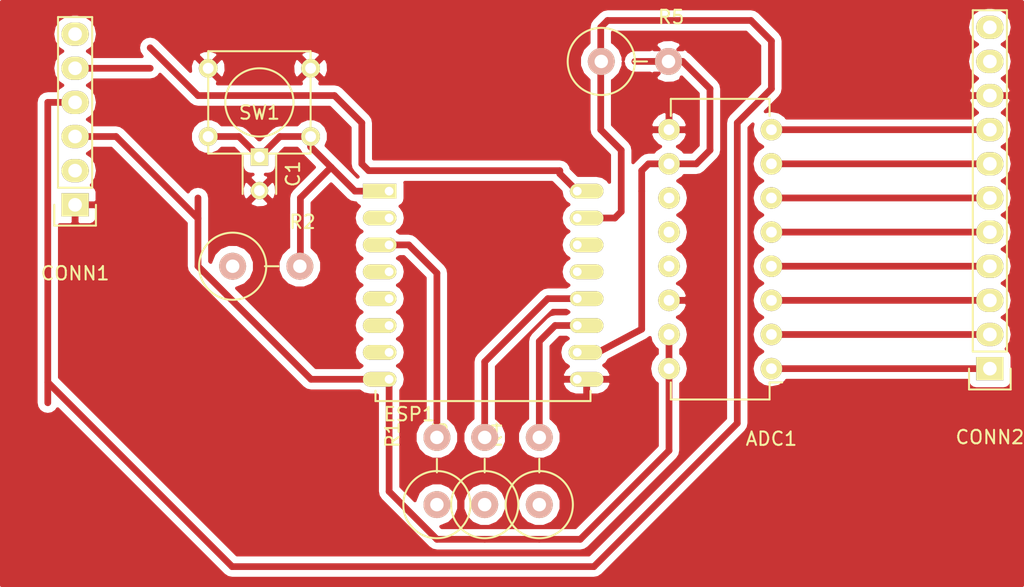
<source format=kicad_pcb>
(kicad_pcb (version 4) (host pcbnew 4.0.2-stable)

  (general
    (links 37)
    (no_connects 16)
    (area 0 0 0 0)
    (thickness 1.6)
    (drawings 0)
    (tracks 78)
    (zones 0)
    (modules 11)
    (nets 29)
  )

  (page A4)
  (layers
    (0 F.Cu signal)
    (31 B.Cu signal)
    (32 B.Adhes user)
    (33 F.Adhes user)
    (34 B.Paste user)
    (35 F.Paste user)
    (36 B.SilkS user)
    (37 F.SilkS user hide)
    (38 B.Mask user)
    (39 F.Mask user)
    (40 Dwgs.User user)
    (41 Cmts.User user)
    (42 Eco1.User user)
    (43 Eco2.User user hide)
    (44 Edge.Cuts user hide)
    (45 Margin user)
    (46 B.CrtYd user hide)
    (47 F.CrtYd user)
    (48 B.Fab user)
    (49 F.Fab user hide)
  )

  (setup
    (last_trace_width 0.5)
    (trace_clearance 0.5)
    (zone_clearance 0.508)
    (zone_45_only yes)
    (trace_min 0.2)
    (segment_width 0.2)
    (edge_width 0.15)
    (via_size 0.6)
    (via_drill 0.4)
    (via_min_size 0.4)
    (via_min_drill 0.3)
    (uvia_size 0.3)
    (uvia_drill 0.1)
    (uvias_allowed no)
    (uvia_min_size 0.2)
    (uvia_min_drill 0.1)
    (pcb_text_width 0.3)
    (pcb_text_size 1.5 1.5)
    (mod_edge_width 0.15)
    (mod_text_size 1 1)
    (mod_text_width 0.15)
    (pad_size 1.524 1.524)
    (pad_drill 0.762)
    (pad_to_mask_clearance 0.2)
    (aux_axis_origin 0 0)
    (visible_elements 7FFFFFFF)
    (pcbplotparams
      (layerselection 0x00030_80000001)
      (usegerberextensions false)
      (excludeedgelayer true)
      (linewidth 0.100000)
      (plotframeref false)
      (viasonmask false)
      (mode 1)
      (useauxorigin false)
      (hpglpennumber 1)
      (hpglpenspeed 20)
      (hpglpendiameter 15)
      (hpglpenoverlay 2)
      (psnegative false)
      (psa4output false)
      (plotreference true)
      (plotvalue true)
      (plotinvisibletext false)
      (padsonsilk false)
      (subtractmaskfromsilk false)
      (outputformat 1)
      (mirror false)
      (drillshape 1)
      (scaleselection 1)
      (outputdirectory ""))
  )

  (net 0 "")
  (net 1 "Net-(ADC1-Pad1)")
  (net 2 "Net-(ADC1-Pad2)")
  (net 3 "Net-(ADC1-Pad3)")
  (net 4 "Net-(ADC1-Pad4)")
  (net 5 "Net-(ADC1-Pad5)")
  (net 6 "Net-(ADC1-Pad6)")
  (net 7 "Net-(ADC1-Pad7)")
  (net 8 "Net-(ADC1-Pad8)")
  (net 9 GND)
  (net 10 "Net-(CONN1-Pad2)")
  (net 11 "Net-(CONN1-Pad6)")
  (net 12 "Net-(CONN2-Pad10)")
  (net 13 "Net-(CONN2-Pad11)")
  (net 14 "Net-(ESP1-Pad2)")
  (net 15 "Net-(ESP1-Pad13)")
  (net 16 "Net-(ESP1-Pad14)")
  (net 17 /MOSI)
  (net 18 /MISO)
  (net 19 /SPI_CLK)
  (net 20 +3V3)
  (net 21 /REST)
  (net 22 /ESP_RX)
  (net 23 /ESP_TX)
  (net 24 /CH_PD)
  (net 25 /GPIO16)
  (net 26 /GPIO2)
  (net 27 /GPIO0)
  (net 28 /GPIO15)

  (net_class Default "This is the default net class."
    (clearance 0.5)
    (trace_width 0.5)
    (via_dia 0.6)
    (via_drill 0.4)
    (uvia_dia 0.3)
    (uvia_drill 0.1)
    (add_net +3V3)
    (add_net /CH_PD)
    (add_net /ESP_RX)
    (add_net /ESP_TX)
    (add_net /GPIO0)
    (add_net /GPIO15)
    (add_net /GPIO16)
    (add_net /GPIO2)
    (add_net /MISO)
    (add_net /MOSI)
    (add_net /REST)
    (add_net /SPI_CLK)
    (add_net GND)
    (add_net "Net-(ADC1-Pad1)")
    (add_net "Net-(ADC1-Pad2)")
    (add_net "Net-(ADC1-Pad3)")
    (add_net "Net-(ADC1-Pad4)")
    (add_net "Net-(ADC1-Pad5)")
    (add_net "Net-(ADC1-Pad6)")
    (add_net "Net-(ADC1-Pad7)")
    (add_net "Net-(ADC1-Pad8)")
    (add_net "Net-(CONN1-Pad2)")
    (add_net "Net-(CONN1-Pad6)")
    (add_net "Net-(CONN2-Pad10)")
    (add_net "Net-(CONN2-Pad11)")
    (add_net "Net-(ESP1-Pad13)")
    (add_net "Net-(ESP1-Pad14)")
    (add_net "Net-(ESP1-Pad2)")
  )

  (module Buttons_Switches_ThroughHole:SW_PUSH_SMALL (layer F.Cu) (tedit 0) (tstamp 56FD7769)
    (at 148.844 31.496 180)
    (path /56FC4A8A)
    (fp_text reference SW1 (at 0 -0.762 180) (layer F.SilkS)
      (effects (font (size 1 1) (thickness 0.15)))
    )
    (fp_text value RESET (at 0 1.016 180) (layer F.Fab)
      (effects (font (size 1 1) (thickness 0.15)))
    )
    (fp_circle (center 0 0) (end 0 -2.54) (layer F.SilkS) (width 0.15))
    (fp_line (start -3.81 -3.81) (end 3.81 -3.81) (layer F.SilkS) (width 0.15))
    (fp_line (start 3.81 -3.81) (end 3.81 3.81) (layer F.SilkS) (width 0.15))
    (fp_line (start 3.81 3.81) (end -3.81 3.81) (layer F.SilkS) (width 0.15))
    (fp_line (start -3.81 -3.81) (end -3.81 3.81) (layer F.SilkS) (width 0.15))
    (pad 1 thru_hole circle (at 3.81 -2.54 180) (size 1.397 1.397) (drill 0.8128) (layers *.Cu *.Mask F.SilkS)
      (net 21 /REST))
    (pad 2 thru_hole circle (at 3.81 2.54 180) (size 1.397 1.397) (drill 0.8128) (layers *.Cu *.Mask F.SilkS)
      (net 9 GND))
    (pad 1 thru_hole circle (at -3.81 -2.54 180) (size 1.397 1.397) (drill 0.8128) (layers *.Cu *.Mask F.SilkS)
      (net 21 /REST))
    (pad 2 thru_hole circle (at -3.81 2.54 180) (size 1.397 1.397) (drill 0.8128) (layers *.Cu *.Mask F.SilkS)
      (net 9 GND))
  )

  (module Housings_DIP:DIP-16_W7.62mm (layer F.Cu) (tedit 54130A77) (tstamp 56FD761A)
    (at 186.944 51.308 180)
    (descr "16-lead dip package, row spacing 7.62 mm (300 mils)")
    (tags "dil dip 2.54 300")
    (path /56FC0A10)
    (fp_text reference ADC1 (at 0 -5.22 180) (layer F.SilkS)
      (effects (font (size 1 1) (thickness 0.15)))
    )
    (fp_text value MCP3008 (at 0 -3.72 180) (layer F.Fab)
      (effects (font (size 1 1) (thickness 0.15)))
    )
    (fp_line (start -1.05 -2.45) (end -1.05 20.25) (layer F.CrtYd) (width 0.05))
    (fp_line (start 8.65 -2.45) (end 8.65 20.25) (layer F.CrtYd) (width 0.05))
    (fp_line (start -1.05 -2.45) (end 8.65 -2.45) (layer F.CrtYd) (width 0.05))
    (fp_line (start -1.05 20.25) (end 8.65 20.25) (layer F.CrtYd) (width 0.05))
    (fp_line (start 0.135 -2.295) (end 0.135 -1.025) (layer F.SilkS) (width 0.15))
    (fp_line (start 7.485 -2.295) (end 7.485 -1.025) (layer F.SilkS) (width 0.15))
    (fp_line (start 7.485 20.075) (end 7.485 18.805) (layer F.SilkS) (width 0.15))
    (fp_line (start 0.135 20.075) (end 0.135 18.805) (layer F.SilkS) (width 0.15))
    (fp_line (start 0.135 -2.295) (end 7.485 -2.295) (layer F.SilkS) (width 0.15))
    (fp_line (start 0.135 20.075) (end 7.485 20.075) (layer F.SilkS) (width 0.15))
    (fp_line (start 0.135 -1.025) (end -0.8 -1.025) (layer F.SilkS) (width 0.15))
    (pad 1 thru_hole oval (at 0 0 180) (size 1.6 1.6) (drill 0.8) (layers *.Cu *.Mask F.SilkS)
      (net 1 "Net-(ADC1-Pad1)"))
    (pad 2 thru_hole oval (at 0 2.54 180) (size 1.6 1.6) (drill 0.8) (layers *.Cu *.Mask F.SilkS)
      (net 2 "Net-(ADC1-Pad2)"))
    (pad 3 thru_hole oval (at 0 5.08 180) (size 1.6 1.6) (drill 0.8) (layers *.Cu *.Mask F.SilkS)
      (net 3 "Net-(ADC1-Pad3)"))
    (pad 4 thru_hole oval (at 0 7.62 180) (size 1.6 1.6) (drill 0.8) (layers *.Cu *.Mask F.SilkS)
      (net 4 "Net-(ADC1-Pad4)"))
    (pad 5 thru_hole oval (at 0 10.16 180) (size 1.6 1.6) (drill 0.8) (layers *.Cu *.Mask F.SilkS)
      (net 5 "Net-(ADC1-Pad5)"))
    (pad 6 thru_hole oval (at 0 12.7 180) (size 1.6 1.6) (drill 0.8) (layers *.Cu *.Mask F.SilkS)
      (net 6 "Net-(ADC1-Pad6)"))
    (pad 7 thru_hole oval (at 0 15.24 180) (size 1.6 1.6) (drill 0.8) (layers *.Cu *.Mask F.SilkS)
      (net 7 "Net-(ADC1-Pad7)"))
    (pad 8 thru_hole oval (at 0 17.78 180) (size 1.6 1.6) (drill 0.8) (layers *.Cu *.Mask F.SilkS)
      (net 8 "Net-(ADC1-Pad8)"))
    (pad 9 thru_hole oval (at 7.62 17.78 180) (size 1.6 1.6) (drill 0.8) (layers *.Cu *.Mask F.SilkS)
      (net 9 GND))
    (pad 10 thru_hole oval (at 7.62 15.24 180) (size 1.6 1.6) (drill 0.8) (layers *.Cu *.Mask F.SilkS)
      (net 28 /GPIO15))
    (pad 11 thru_hole oval (at 7.62 12.7 180) (size 1.6 1.6) (drill 0.8) (layers *.Cu *.Mask F.SilkS)
      (net 17 /MOSI))
    (pad 12 thru_hole oval (at 7.62 10.16 180) (size 1.6 1.6) (drill 0.8) (layers *.Cu *.Mask F.SilkS)
      (net 18 /MISO))
    (pad 13 thru_hole oval (at 7.62 7.62 180) (size 1.6 1.6) (drill 0.8) (layers *.Cu *.Mask F.SilkS)
      (net 19 /SPI_CLK))
    (pad 14 thru_hole oval (at 7.62 5.08 180) (size 1.6 1.6) (drill 0.8) (layers *.Cu *.Mask F.SilkS)
      (net 9 GND))
    (pad 15 thru_hole oval (at 7.62 2.54 180) (size 1.6 1.6) (drill 0.8) (layers *.Cu *.Mask F.SilkS)
      (net 20 +3V3))
    (pad 16 thru_hole oval (at 7.62 0 180) (size 1.6 1.6) (drill 0.8) (layers *.Cu *.Mask F.SilkS)
      (net 20 +3V3))
    (model Housings_DIP.3dshapes/DIP-16_W7.62mm.wrl
      (at (xyz 0 0 0))
      (scale (xyz 1 1 1))
      (rotate (xyz 0 0 0))
    )
  )

  (module Capacitors_ThroughHole:C_Disc_D3_P2.5 (layer F.Cu) (tedit 0) (tstamp 56FD7626)
    (at 148.844 35.56 270)
    (descr "Capacitor 3mm Disc, Pitch 2.5mm")
    (tags Capacitor)
    (path /56FC231F)
    (fp_text reference C1 (at 1.25 -2.5 270) (layer F.SilkS)
      (effects (font (size 1 1) (thickness 0.15)))
    )
    (fp_text value 100nF (at 1.25 2.5 270) (layer F.Fab)
      (effects (font (size 1 1) (thickness 0.15)))
    )
    (fp_line (start -0.9 -1.5) (end 3.4 -1.5) (layer F.CrtYd) (width 0.05))
    (fp_line (start 3.4 -1.5) (end 3.4 1.5) (layer F.CrtYd) (width 0.05))
    (fp_line (start 3.4 1.5) (end -0.9 1.5) (layer F.CrtYd) (width 0.05))
    (fp_line (start -0.9 1.5) (end -0.9 -1.5) (layer F.CrtYd) (width 0.05))
    (fp_line (start -0.25 -1.25) (end 2.75 -1.25) (layer F.SilkS) (width 0.15))
    (fp_line (start 2.75 1.25) (end -0.25 1.25) (layer F.SilkS) (width 0.15))
    (pad 1 thru_hole rect (at 0 0 270) (size 1.3 1.3) (drill 0.8) (layers *.Cu *.Mask F.SilkS)
      (net 21 /REST))
    (pad 2 thru_hole circle (at 2.5 0 270) (size 1.3 1.3) (drill 0.8001) (layers *.Cu *.Mask F.SilkS)
      (net 9 GND))
    (model Capacitors_ThroughHole.3dshapes/C_Disc_D3_P2.5.wrl
      (at (xyz 0.0492126 0 0))
      (scale (xyz 1 1 1))
      (rotate (xyz 0 0 0))
    )
  )

  (module ESP8266:ESP-12 (layer F.Cu) (tedit 55BE5912) (tstamp 56FD7716)
    (at 158.496 38.1)
    (descr "Module, ESP-8266, ESP-12, 16 pad, SMD")
    (tags "Module ESP-8266 ESP8266")
    (path /56FC0CA0)
    (fp_text reference ESP1 (at 1.5 16.6) (layer F.SilkS)
      (effects (font (size 1 1) (thickness 0.15)))
    )
    (fp_text value ESP-12 (at 6.992 1) (layer F.Fab)
      (effects (font (size 1 1) (thickness 0.15)))
    )
    (fp_line (start -2.25 -0.5) (end -2.25 -8.75) (layer F.CrtYd) (width 0.05))
    (fp_line (start -2.25 -8.75) (end 15.25 -8.75) (layer F.CrtYd) (width 0.05))
    (fp_line (start 15.25 -8.75) (end 16.25 -8.75) (layer F.CrtYd) (width 0.05))
    (fp_line (start 16.25 -8.75) (end 16.25 16) (layer F.CrtYd) (width 0.05))
    (fp_line (start 16.25 16) (end -2.25 16) (layer F.CrtYd) (width 0.05))
    (fp_line (start -2.25 16) (end -2.25 -0.5) (layer F.CrtYd) (width 0.05))
    (fp_line (start -1.016 -8.382) (end 14.986 -8.382) (layer F.CrtYd) (width 0.1524))
    (fp_line (start 14.986 -8.382) (end 14.986 -0.889) (layer F.CrtYd) (width 0.1524))
    (fp_line (start -1.016 -8.382) (end -1.016 -1.016) (layer F.CrtYd) (width 0.1524))
    (fp_line (start -1.016 14.859) (end -1.016 15.621) (layer F.SilkS) (width 0.1524))
    (fp_line (start -1.016 15.621) (end 14.986 15.621) (layer F.SilkS) (width 0.1524))
    (fp_line (start 14.986 15.621) (end 14.986 14.859) (layer F.SilkS) (width 0.1524))
    (fp_line (start 14.992 -8.4) (end -1.008 -2.6) (layer F.CrtYd) (width 0.1524))
    (fp_line (start -1.008 -8.4) (end 14.992 -2.6) (layer F.CrtYd) (width 0.1524))
    (fp_text user "No Copper" (at 6.892 -5.4) (layer F.CrtYd)
      (effects (font (size 1 1) (thickness 0.15)))
    )
    (fp_line (start -1.008 -2.6) (end 14.992 -2.6) (layer F.CrtYd) (width 0.1524))
    (fp_line (start 15 -8.4) (end 15 15.6) (layer F.Fab) (width 0.05))
    (fp_line (start 14.992 15.6) (end -1.008 15.6) (layer F.Fab) (width 0.05))
    (fp_line (start -1.008 15.6) (end -1.008 -8.4) (layer F.Fab) (width 0.05))
    (fp_line (start -1.008 -8.4) (end 14.992 -8.4) (layer F.Fab) (width 0.05))
    (pad 1 thru_hole rect (at 0 0) (size 2.5 1.1) (drill 0.65 (offset -0.7 0)) (layers *.Cu *.Mask F.SilkS)
      (net 21 /REST))
    (pad 2 thru_hole oval (at 0 2) (size 2.5 1.1) (drill 0.65 (offset -0.7 0)) (layers *.Cu *.Mask F.SilkS)
      (net 14 "Net-(ESP1-Pad2)"))
    (pad 3 thru_hole oval (at 0 4) (size 2.5 1.1) (drill 0.65 (offset -0.7 0)) (layers *.Cu *.Mask F.SilkS)
      (net 24 /CH_PD))
    (pad 4 thru_hole oval (at 0 6) (size 2.5 1.1) (drill 0.65 (offset -0.7 0)) (layers *.Cu *.Mask F.SilkS)
      (net 25 /GPIO16))
    (pad 5 thru_hole oval (at 0 8) (size 2.5 1.1) (drill 0.65 (offset -0.7 0)) (layers *.Cu *.Mask F.SilkS)
      (net 19 /SPI_CLK))
    (pad 6 thru_hole oval (at 0 10) (size 2.5 1.1) (drill 0.65 (offset -0.7 0)) (layers *.Cu *.Mask F.SilkS)
      (net 18 /MISO))
    (pad 7 thru_hole oval (at 0 12) (size 2.5 1.1) (drill 0.65 (offset -0.7 0)) (layers *.Cu *.Mask F.SilkS)
      (net 17 /MOSI))
    (pad 8 thru_hole oval (at 0 14) (size 2.5 1.1) (drill 0.65 (offset -0.7 0)) (layers *.Cu *.Mask F.SilkS)
      (net 20 +3V3))
    (pad 9 thru_hole oval (at 14 14) (size 2.5 1.1) (drill 0.65 (offset 0.7 0)) (layers *.Cu *.Mask F.SilkS)
      (net 9 GND))
    (pad 10 thru_hole oval (at 14 12) (size 2.5 1.1) (drill 0.65 (offset 0.6 0)) (layers *.Cu *.Mask F.SilkS)
      (net 28 /GPIO15))
    (pad 11 thru_hole oval (at 14 10) (size 2.5 1.1) (drill 0.65 (offset 0.7 0)) (layers *.Cu *.Mask F.SilkS)
      (net 26 /GPIO2))
    (pad 12 thru_hole oval (at 14 8) (size 2.5 1.1) (drill 0.65 (offset 0.7 0)) (layers *.Cu *.Mask F.SilkS)
      (net 27 /GPIO0))
    (pad 13 thru_hole oval (at 14 6) (size 2.5 1.1) (drill 0.65 (offset 0.7 0)) (layers *.Cu *.Mask F.SilkS)
      (net 15 "Net-(ESP1-Pad13)"))
    (pad 14 thru_hole oval (at 14 4) (size 2.5 1.1) (drill 0.65 (offset 0.7 0)) (layers *.Cu *.Mask F.SilkS)
      (net 16 "Net-(ESP1-Pad14)"))
    (pad 15 thru_hole oval (at 14 2) (size 2.5 1.1) (drill 0.65 (offset 0.7 0)) (layers *.Cu *.Mask F.SilkS)
      (net 22 /ESP_RX))
    (pad 16 thru_hole oval (at 14 0) (size 2.5 1.1) (drill 0.65 (offset 0.7 0)) (layers *.Cu *.Mask F.SilkS)
      (net 23 /ESP_TX))
    (model ${ESPLIB}/ESP8266.3dshapes/ESP-12.wrl
      (at (xyz 0 0 0))
      (scale (xyz 0.3937 0.3937 0.3937))
      (rotate (xyz 0 0 0))
    )
  )

  (module Pin_Headers:Pin_Header_Straight_1x06 (layer F.Cu) (tedit 0) (tstamp 56FD8DCF)
    (at 135.128 39.116 180)
    (descr "Through hole pin header")
    (tags "pin header")
    (path /56FC5F4B)
    (fp_text reference CONN1 (at 0 -5.1 180) (layer F.SilkS)
      (effects (font (size 1 1) (thickness 0.15)))
    )
    (fp_text value FT232 (at 0 -3.1 180) (layer F.Fab)
      (effects (font (size 1 1) (thickness 0.15)))
    )
    (fp_line (start -1.75 -1.75) (end -1.75 14.45) (layer F.CrtYd) (width 0.05))
    (fp_line (start 1.75 -1.75) (end 1.75 14.45) (layer F.CrtYd) (width 0.05))
    (fp_line (start -1.75 -1.75) (end 1.75 -1.75) (layer F.CrtYd) (width 0.05))
    (fp_line (start -1.75 14.45) (end 1.75 14.45) (layer F.CrtYd) (width 0.05))
    (fp_line (start 1.27 1.27) (end 1.27 13.97) (layer F.SilkS) (width 0.15))
    (fp_line (start 1.27 13.97) (end -1.27 13.97) (layer F.SilkS) (width 0.15))
    (fp_line (start -1.27 13.97) (end -1.27 1.27) (layer F.SilkS) (width 0.15))
    (fp_line (start 1.55 -1.55) (end 1.55 0) (layer F.SilkS) (width 0.15))
    (fp_line (start 1.27 1.27) (end -1.27 1.27) (layer F.SilkS) (width 0.15))
    (fp_line (start -1.55 0) (end -1.55 -1.55) (layer F.SilkS) (width 0.15))
    (fp_line (start -1.55 -1.55) (end 1.55 -1.55) (layer F.SilkS) (width 0.15))
    (pad 1 thru_hole rect (at 0 0 180) (size 2.032 1.7272) (drill 1.016) (layers *.Cu *.Mask F.SilkS)
      (net 9 GND))
    (pad 2 thru_hole oval (at 0 2.54 180) (size 2.032 1.7272) (drill 1.016) (layers *.Cu *.Mask F.SilkS)
      (net 10 "Net-(CONN1-Pad2)"))
    (pad 3 thru_hole oval (at 0 5.08 180) (size 2.032 1.7272) (drill 1.016) (layers *.Cu *.Mask F.SilkS)
      (net 20 +3V3))
    (pad 4 thru_hole oval (at 0 7.62 180) (size 2.032 1.7272) (drill 1.016) (layers *.Cu *.Mask F.SilkS)
      (net 22 /ESP_RX))
    (pad 5 thru_hole oval (at 0 10.16 180) (size 2.032 1.7272) (drill 1.016) (layers *.Cu *.Mask F.SilkS)
      (net 23 /ESP_TX))
    (pad 6 thru_hole oval (at 0 12.7 180) (size 2.032 1.7272) (drill 1.016) (layers *.Cu *.Mask F.SilkS)
      (net 11 "Net-(CONN1-Pad6)"))
    (model Pin_Headers.3dshapes/Pin_Header_Straight_1x06.wrl
      (at (xyz 0 -0.25 0))
      (scale (xyz 1 1 1))
      (rotate (xyz 0 0 90))
    )
  )

  (module Pin_Headers:Pin_Header_Straight_1x11 (layer F.Cu) (tedit 0) (tstamp 56FD8DE3)
    (at 203.2 51.308 180)
    (descr "Through hole pin header")
    (tags "pin header")
    (path /56FC5673)
    (fp_text reference CONN2 (at 0 -5.1 180) (layer F.SilkS)
      (effects (font (size 1 1) (thickness 0.15)))
    )
    (fp_text value SCALES_CONN (at 0 -3.1 180) (layer F.Fab)
      (effects (font (size 1 1) (thickness 0.15)))
    )
    (fp_line (start -1.75 -1.75) (end -1.75 27.15) (layer F.CrtYd) (width 0.05))
    (fp_line (start 1.75 -1.75) (end 1.75 27.15) (layer F.CrtYd) (width 0.05))
    (fp_line (start -1.75 -1.75) (end 1.75 -1.75) (layer F.CrtYd) (width 0.05))
    (fp_line (start -1.75 27.15) (end 1.75 27.15) (layer F.CrtYd) (width 0.05))
    (fp_line (start 1.27 1.27) (end 1.27 26.67) (layer F.SilkS) (width 0.15))
    (fp_line (start 1.27 26.67) (end -1.27 26.67) (layer F.SilkS) (width 0.15))
    (fp_line (start -1.27 26.67) (end -1.27 1.27) (layer F.SilkS) (width 0.15))
    (fp_line (start 1.55 -1.55) (end 1.55 0) (layer F.SilkS) (width 0.15))
    (fp_line (start 1.27 1.27) (end -1.27 1.27) (layer F.SilkS) (width 0.15))
    (fp_line (start -1.55 0) (end -1.55 -1.55) (layer F.SilkS) (width 0.15))
    (fp_line (start -1.55 -1.55) (end 1.55 -1.55) (layer F.SilkS) (width 0.15))
    (pad 1 thru_hole rect (at 0 0 180) (size 2.032 1.7272) (drill 1.016) (layers *.Cu *.Mask F.SilkS)
      (net 1 "Net-(ADC1-Pad1)"))
    (pad 2 thru_hole oval (at 0 2.54 180) (size 2.032 1.7272) (drill 1.016) (layers *.Cu *.Mask F.SilkS)
      (net 2 "Net-(ADC1-Pad2)"))
    (pad 3 thru_hole oval (at 0 5.08 180) (size 2.032 1.7272) (drill 1.016) (layers *.Cu *.Mask F.SilkS)
      (net 3 "Net-(ADC1-Pad3)"))
    (pad 4 thru_hole oval (at 0 7.62 180) (size 2.032 1.7272) (drill 1.016) (layers *.Cu *.Mask F.SilkS)
      (net 4 "Net-(ADC1-Pad4)"))
    (pad 5 thru_hole oval (at 0 10.16 180) (size 2.032 1.7272) (drill 1.016) (layers *.Cu *.Mask F.SilkS)
      (net 5 "Net-(ADC1-Pad5)"))
    (pad 6 thru_hole oval (at 0 12.7 180) (size 2.032 1.7272) (drill 1.016) (layers *.Cu *.Mask F.SilkS)
      (net 6 "Net-(ADC1-Pad6)"))
    (pad 7 thru_hole oval (at 0 15.24 180) (size 2.032 1.7272) (drill 1.016) (layers *.Cu *.Mask F.SilkS)
      (net 7 "Net-(ADC1-Pad7)"))
    (pad 8 thru_hole oval (at 0 17.78 180) (size 2.032 1.7272) (drill 1.016) (layers *.Cu *.Mask F.SilkS)
      (net 8 "Net-(ADC1-Pad8)"))
    (pad 9 thru_hole oval (at 0 20.32 180) (size 2.032 1.7272) (drill 1.016) (layers *.Cu *.Mask F.SilkS)
      (net 9 GND))
    (pad 10 thru_hole oval (at 0 22.86 180) (size 2.032 1.7272) (drill 1.016) (layers *.Cu *.Mask F.SilkS)
      (net 12 "Net-(CONN2-Pad10)"))
    (pad 11 thru_hole oval (at 0 25.4 180) (size 2.032 1.7272) (drill 1.016) (layers *.Cu *.Mask F.SilkS)
      (net 13 "Net-(CONN2-Pad11)"))
    (model Pin_Headers.3dshapes/Pin_Header_Straight_1x11.wrl
      (at (xyz 0 -0.5 0))
      (scale (xyz 1 1 1))
      (rotate (xyz 0 0 90))
    )
  )

  (module Resistors_ThroughHole:Resistor_Vertical_RM5mm (layer F.Cu) (tedit 0) (tstamp 56FD8DFC)
    (at 162.052 58.928 90)
    (descr "Resistor, Vertical, RM 5mm, 1/3W,")
    (tags "Resistor, Vertical, RM 5mm, 1/3W,")
    (path /56FC2003)
    (fp_text reference R1 (at 2.70002 -3.29946 90) (layer F.SilkS)
      (effects (font (size 1 1) (thickness 0.15)))
    )
    (fp_text value 10K (at 0 4.50088 90) (layer F.Fab)
      (effects (font (size 1 1) (thickness 0.15)))
    )
    (fp_line (start -0.09906 0) (end 0.9017 0) (layer F.SilkS) (width 0.15))
    (fp_circle (center -2.49936 0) (end 0 0) (layer F.SilkS) (width 0.15))
    (pad 1 thru_hole circle (at -2.49936 0 90) (size 1.99898 1.99898) (drill 1.00076) (layers *.Cu *.SilkS *.Mask)
      (net 20 +3V3))
    (pad 2 thru_hole circle (at 2.5019 0 90) (size 1.99898 1.99898) (drill 1.00076) (layers *.Cu *.SilkS *.Mask)
      (net 24 /CH_PD))
  )

  (module Resistors_ThroughHole:Resistor_Vertical_RM5mm (layer F.Cu) (tedit 0) (tstamp 56FD8E03)
    (at 149.352 43.688)
    (descr "Resistor, Vertical, RM 5mm, 1/3W,")
    (tags "Resistor, Vertical, RM 5mm, 1/3W,")
    (path /56FC1ACF)
    (fp_text reference R2 (at 2.70002 -3.29946) (layer F.SilkS)
      (effects (font (size 1 1) (thickness 0.15)))
    )
    (fp_text value 10K (at 0 4.50088) (layer F.Fab)
      (effects (font (size 1 1) (thickness 0.15)))
    )
    (fp_line (start -0.09906 0) (end 0.9017 0) (layer F.SilkS) (width 0.15))
    (fp_circle (center -2.49936 0) (end 0 0) (layer F.SilkS) (width 0.15))
    (pad 1 thru_hole circle (at -2.49936 0) (size 1.99898 1.99898) (drill 1.00076) (layers *.Cu *.SilkS *.Mask)
      (net 20 +3V3))
    (pad 2 thru_hole circle (at 2.5019 0) (size 1.99898 1.99898) (drill 1.00076) (layers *.Cu *.SilkS *.Mask)
      (net 21 /REST))
  )

  (module Resistors_ThroughHole:Resistor_Vertical_RM5mm (layer F.Cu) (tedit 0) (tstamp 56FD8E0A)
    (at 165.608 58.928 90)
    (descr "Resistor, Vertical, RM 5mm, 1/3W,")
    (tags "Resistor, Vertical, RM 5mm, 1/3W,")
    (path /56FD8DD7)
    (fp_text reference R3 (at 2.70002 -3.29946 90) (layer F.SilkS)
      (effects (font (size 1 1) (thickness 0.15)))
    )
    (fp_text value 10K (at 0 4.50088 90) (layer F.Fab)
      (effects (font (size 1 1) (thickness 0.15)))
    )
    (fp_line (start -0.09906 0) (end 0.9017 0) (layer F.SilkS) (width 0.15))
    (fp_circle (center -2.49936 0) (end 0 0) (layer F.SilkS) (width 0.15))
    (pad 1 thru_hole circle (at -2.49936 0 90) (size 1.99898 1.99898) (drill 1.00076) (layers *.Cu *.SilkS *.Mask)
      (net 20 +3V3))
    (pad 2 thru_hole circle (at 2.5019 0 90) (size 1.99898 1.99898) (drill 1.00076) (layers *.Cu *.SilkS *.Mask)
      (net 27 /GPIO0))
  )

  (module Resistors_ThroughHole:Resistor_Vertical_RM5mm (layer F.Cu) (tedit 0) (tstamp 56FD8E11)
    (at 169.672 58.928 90)
    (descr "Resistor, Vertical, RM 5mm, 1/3W,")
    (tags "Resistor, Vertical, RM 5mm, 1/3W,")
    (path /56FC21C2)
    (fp_text reference R4 (at 2.70002 -3.29946 90) (layer F.SilkS)
      (effects (font (size 1 1) (thickness 0.15)))
    )
    (fp_text value 10K (at 0 4.50088 90) (layer F.Fab)
      (effects (font (size 1 1) (thickness 0.15)))
    )
    (fp_line (start -0.09906 0) (end 0.9017 0) (layer F.SilkS) (width 0.15))
    (fp_circle (center -2.49936 0) (end 0 0) (layer F.SilkS) (width 0.15))
    (pad 1 thru_hole circle (at -2.49936 0 90) (size 1.99898 1.99898) (drill 1.00076) (layers *.Cu *.SilkS *.Mask)
      (net 20 +3V3))
    (pad 2 thru_hole circle (at 2.5019 0 90) (size 1.99898 1.99898) (drill 1.00076) (layers *.Cu *.SilkS *.Mask)
      (net 26 /GPIO2))
  )

  (module Resistors_ThroughHole:Resistor_Vertical_RM5mm (layer F.Cu) (tedit 0) (tstamp 56FD8E18)
    (at 176.784 28.448)
    (descr "Resistor, Vertical, RM 5mm, 1/3W,")
    (tags "Resistor, Vertical, RM 5mm, 1/3W,")
    (path /56FC162F)
    (fp_text reference R5 (at 2.70002 -3.29946) (layer F.SilkS)
      (effects (font (size 1 1) (thickness 0.15)))
    )
    (fp_text value 10K (at 0 4.50088) (layer F.Fab)
      (effects (font (size 1 1) (thickness 0.15)))
    )
    (fp_line (start -0.09906 0) (end 0.9017 0) (layer F.SilkS) (width 0.15))
    (fp_circle (center -2.49936 0) (end 0 0) (layer F.SilkS) (width 0.15))
    (pad 1 thru_hole circle (at -2.49936 0) (size 1.99898 1.99898) (drill 1.00076) (layers *.Cu *.SilkS *.Mask)
      (net 28 /GPIO15))
    (pad 2 thru_hole circle (at 2.5019 0) (size 1.99898 1.99898) (drill 1.00076) (layers *.Cu *.SilkS *.Mask)
      (net 9 GND))
  )

  (segment (start 186.944 51.308) (end 203.2 51.308) (width 0.5) (layer F.Cu) (net 1))
  (segment (start 203.2 48.768) (end 186.944 48.768) (width 0.5) (layer F.Cu) (net 2))
  (segment (start 186.944 46.228) (end 203.2 46.228) (width 0.5) (layer F.Cu) (net 3))
  (segment (start 203.2 43.688) (end 186.944 43.688) (width 0.5) (layer F.Cu) (net 4))
  (segment (start 186.944 41.148) (end 203.2 41.148) (width 0.5) (layer F.Cu) (net 5))
  (segment (start 203.2 38.608) (end 186.944 38.608) (width 0.5) (layer F.Cu) (net 6))
  (segment (start 203.2 36.068) (end 186.944 36.068) (width 0.5) (layer F.Cu) (net 7))
  (segment (start 186.944 33.528) (end 203.2 33.528) (width 0.5) (layer F.Cu) (net 8))
  (segment (start 158.496 52.1) (end 152.684 52.1) (width 0.5) (layer F.Cu) (net 20))
  (segment (start 152.684 52.1) (end 144.272 43.688) (width 0.5) (layer F.Cu) (net 20) (tstamp 56FD8BF0))
  (segment (start 144.272 43.688) (end 144.272 38.608) (width 0.5) (layer F.Cu) (net 20))
  (segment (start 144.272 40.132) (end 138.176 34.036) (width 0.5) (layer F.Cu) (net 20) (tstamp 56FD8BEA))
  (segment (start 138.176 34.036) (end 135.128 34.036) (width 0.5) (layer F.Cu) (net 20) (tstamp 56FD8BEC))
  (segment (start 169.672 64.008) (end 172.72 64.008) (width 0.5) (layer F.Cu) (net 20))
  (segment (start 179.324 57.404) (end 179.324 51.308) (width 0.5) (layer F.Cu) (net 20) (tstamp 56FD8BBE))
  (segment (start 172.72 64.008) (end 179.324 57.404) (width 0.5) (layer F.Cu) (net 20) (tstamp 56FD8BBC))
  (segment (start 158.496 52.1) (end 158.496 60.452) (width 0.5) (layer F.Cu) (net 20))
  (segment (start 158.496 60.452) (end 162.052 64.008) (width 0.5) (layer F.Cu) (net 20) (tstamp 56FD8BB8))
  (segment (start 165.608 64.008) (end 162.052 64.008) (width 0.5) (layer F.Cu) (net 20))
  (segment (start 169.672 64.008) (end 165.608 64.008) (width 0.5) (layer F.Cu) (net 20))
  (segment (start 179.324 48.768) (end 179.324 51.308) (width 0.5) (layer F.Cu) (net 20))
  (segment (start 179.324 51.308) (end 179.324 51.816) (width 0.25) (layer F.Cu) (net 20))
  (segment (start 154.178 36.322) (end 151.892 38.608) (width 0.5) (layer F.Cu) (net 21))
  (segment (start 151.892 38.608) (end 151.892 43.688) (width 0.5) (layer F.Cu) (net 21) (tstamp 56FD8BE4))
  (segment (start 145.034 34.036) (end 147.32 34.036) (width 0.5) (layer F.Cu) (net 21))
  (segment (start 147.32 34.036) (end 148.844 35.56) (width 0.5) (layer F.Cu) (net 21) (tstamp 56FD8B3C))
  (segment (start 152.654 34.036) (end 150.368 34.036) (width 0.5) (layer F.Cu) (net 21))
  (segment (start 150.368 34.036) (end 148.844 35.56) (width 0.5) (layer F.Cu) (net 21) (tstamp 56FD8B39))
  (segment (start 152.654 34.036) (end 152.654 34.798) (width 0.5) (layer F.Cu) (net 21))
  (segment (start 152.654 34.798) (end 154.178 36.322) (width 0.5) (layer F.Cu) (net 21) (tstamp 56FD8A3F))
  (segment (start 154.178 36.322) (end 155.956 38.1) (width 0.5) (layer F.Cu) (net 21) (tstamp 56FD8BE2))
  (segment (start 155.956 38.1) (end 158.496 38.1) (width 0.5) (layer F.Cu) (net 21) (tstamp 56FD8A42))
  (segment (start 135.128 31.496) (end 133.096 31.496) (width 0.5) (layer F.Cu) (net 22))
  (segment (start 175.292 40.1) (end 172.496 40.1) (width 0.5) (layer F.Cu) (net 22) (tstamp 56FD8C5A))
  (segment (start 175.768 39.624) (end 175.292 40.1) (width 0.5) (layer F.Cu) (net 22) (tstamp 56FD8C59))
  (segment (start 175.768 35.052) (end 175.768 39.624) (width 0.5) (layer F.Cu) (net 22) (tstamp 56FD8C58))
  (segment (start 174.244 33.528) (end 175.768 35.052) (width 0.5) (layer F.Cu) (net 22) (tstamp 56FD8C57))
  (segment (start 174.244 25.908) (end 174.244 33.528) (width 0.5) (layer F.Cu) (net 22) (tstamp 56FD8C56))
  (segment (start 174.752 25.4) (end 174.244 25.908) (width 0.5) (layer F.Cu) (net 22) (tstamp 56FD8C55))
  (segment (start 185.42 25.4) (end 174.752 25.4) (width 0.5) (layer F.Cu) (net 22) (tstamp 56FD8C54))
  (segment (start 186.944 26.924) (end 185.42 25.4) (width 0.5) (layer F.Cu) (net 22) (tstamp 56FD8C52))
  (segment (start 186.944 30.48) (end 186.944 26.924) (width 0.5) (layer F.Cu) (net 22) (tstamp 56FD8C50))
  (segment (start 184.404 33.02) (end 186.944 30.48) (width 0.5) (layer F.Cu) (net 22) (tstamp 56FD8C4E))
  (segment (start 184.404 55.372) (end 184.404 33.02) (width 0.5) (layer F.Cu) (net 22) (tstamp 56FD8C4C))
  (segment (start 173.736 66.04) (end 184.404 55.372) (width 0.5) (layer F.Cu) (net 22) (tstamp 56FD8C4A))
  (segment (start 146.812 66.04) (end 173.736 66.04) (width 0.5) (layer F.Cu) (net 22) (tstamp 56FD8C48))
  (segment (start 133.096 52.324) (end 146.812 66.04) (width 0.5) (layer F.Cu) (net 22) (tstamp 56FD8C47))
  (segment (start 133.096 31.496) (end 133.096 53.848) (width 0.5) (layer F.Cu) (net 22) (tstamp 56FD8C45))
  (segment (start 171.196 36.576) (end 171.196 36.8) (width 0.5) (layer F.Cu) (net 23))
  (segment (start 156.464 36.068) (end 156.972 36.576) (width 0.5) (layer F.Cu) (net 23) (tstamp 56FD8A5F))
  (segment (start 156.972 36.576) (end 171.196 36.576) (width 0.5) (layer F.Cu) (net 23) (tstamp 56FD8A60))
  (segment (start 146.304 30.988) (end 154.432 30.988) (width 0.5) (layer F.Cu) (net 23))
  (segment (start 140.716 27.432) (end 144.272 30.988) (width 0.5) (layer F.Cu) (net 23) (tstamp 56FD8A4B))
  (segment (start 144.272 30.988) (end 146.304 30.988) (width 0.5) (layer F.Cu) (net 23) (tstamp 56FD8A4D))
  (segment (start 135.128 28.956) (end 140.716 28.956) (width 0.5) (layer F.Cu) (net 23))
  (segment (start 154.432 30.988) (end 156.464 33.02) (width 0.5) (layer F.Cu) (net 23) (tstamp 56FD8A57))
  (segment (start 156.464 33.02) (end 156.464 36.068) (width 0.5) (layer F.Cu) (net 23))
  (segment (start 171.196 36.8) (end 172.496 38.1) (width 0.5) (layer F.Cu) (net 23) (tstamp 56FD8A63))
  (segment (start 162.052 56.388) (end 162.052 44.196) (width 0.5) (layer F.Cu) (net 24))
  (segment (start 159.956 42.1) (end 158.496 42.1) (width 0.5) (layer F.Cu) (net 24) (tstamp 56FD8BB1))
  (segment (start 162.052 44.196) (end 159.956 42.1) (width 0.5) (layer F.Cu) (net 24) (tstamp 56FD8BB0))
  (segment (start 169.672 56.388) (end 169.672 49.276) (width 0.5) (layer F.Cu) (net 26))
  (segment (start 170.848 48.1) (end 172.496 48.1) (width 0.5) (layer F.Cu) (net 26) (tstamp 56FD8BA7))
  (segment (start 169.672 49.276) (end 170.848 48.1) (width 0.5) (layer F.Cu) (net 26) (tstamp 56FD8BA6))
  (segment (start 165.608 56.388) (end 165.608 50.8) (width 0.5) (layer F.Cu) (net 27))
  (segment (start 170.308 46.1) (end 172.496 46.1) (width 0.5) (layer F.Cu) (net 27) (tstamp 56FD8BAC))
  (segment (start 165.608 50.8) (end 170.308 46.1) (width 0.5) (layer F.Cu) (net 27) (tstamp 56FD8BAA))
  (segment (start 177.292 36.576) (end 177.8 36.068) (width 0.5) (layer F.Cu) (net 28))
  (segment (start 177.292 36.576) (end 177.292 38.1) (width 0.5) (layer F.Cu) (net 28) (tstamp 56FD8C1A))
  (segment (start 176.784 28.448) (end 180.34 28.448) (width 0.5) (layer F.Cu) (net 28))
  (segment (start 181.356 36.068) (end 179.324 36.068) (width 0.5) (layer F.Cu) (net 28) (tstamp 56FD8C17))
  (segment (start 182.372 35.052) (end 181.356 36.068) (width 0.5) (layer F.Cu) (net 28) (tstamp 56FD8C16))
  (segment (start 182.372 30.48) (end 182.372 35.052) (width 0.5) (layer F.Cu) (net 28) (tstamp 56FD8C14))
  (segment (start 180.34 28.448) (end 182.372 30.48) (width 0.5) (layer F.Cu) (net 28) (tstamp 56FD8C13))
  (segment (start 172.496 50.1) (end 174.037784 50.1) (width 0.5) (layer F.Cu) (net 28))
  (segment (start 174.037784 50.1) (end 177.292 48.369784) (width 0.5) (layer F.Cu) (net 28) (tstamp 56FD89E2))
  (segment (start 177.292 48.369784) (end 177.292 38.1) (width 0.5) (layer F.Cu) (net 28) (tstamp 56FD89E3))
  (segment (start 179.324 36.068) (end 177.8 36.068) (width 0.5) (layer F.Cu) (net 28))

  (zone (net 0) (net_name "") (layer F.Cu) (tstamp 56FD8B49) (hatch edge 0.508)
    (connect_pads (clearance 0.508))
    (min_thickness 0.254)
    (keepout (tracks not_allowed) (vias not_allowed) (copperpour allowed))
    (fill (arc_segments 16) (thermal_gap 0.508) (thermal_bridge_width 0.508))
    (polygon
      (pts
        (xy 173.736 35.56) (xy 157.48 35.56) (xy 157.48 29.464) (xy 173.736 29.464) (xy 173.736 35.56)
      )
    )
  )
  (zone (net 9) (net_name GND) (layer F.Cu) (tstamp 56FD8B4C) (hatch edge 0.508)
    (connect_pads (clearance 0.508))
    (min_thickness 0.254)
    (fill yes (arc_segments 16) (thermal_gap 0.508) (thermal_bridge_width 0.508))
    (polygon
      (pts
        (xy 205.74 23.876) (xy 205.74 67.564) (xy 129.54 67.564) (xy 129.54 23.876) (xy 205.74 23.876)
      )
    )
    (filled_polygon
      (pts
        (xy 205.613 67.437) (xy 129.667 67.437) (xy 129.667 52.324) (xy 132.210999 52.324) (xy 132.211 52.324005)
        (xy 132.211 53.848) (xy 132.278367 54.186675) (xy 132.47021 54.47379) (xy 132.757325 54.665633) (xy 133.096 54.733)
        (xy 133.434675 54.665633) (xy 133.72179 54.47379) (xy 133.830906 54.310486) (xy 146.186208 66.665787) (xy 146.18621 66.66579)
        (xy 146.473325 66.857633) (xy 146.812 66.925001) (xy 146.812005 66.925) (xy 173.735995 66.925) (xy 173.736 66.925001)
        (xy 174.018484 66.86881) (xy 174.074675 66.857633) (xy 174.36179 66.66579) (xy 174.361791 66.665789) (xy 185.029787 55.997792)
        (xy 185.02979 55.99779) (xy 185.221633 55.710675) (xy 185.263733 55.499027) (xy 185.289001 55.372) (xy 185.289 55.371995)
        (xy 185.289 33.38658) (xy 185.563648 33.111932) (xy 185.480887 33.528) (xy 185.59012 34.077151) (xy 185.901189 34.542698)
        (xy 186.283275 34.798) (xy 185.901189 35.053302) (xy 185.59012 35.518849) (xy 185.480887 36.068) (xy 185.59012 36.617151)
        (xy 185.901189 37.082698) (xy 186.283275 37.338) (xy 185.901189 37.593302) (xy 185.59012 38.058849) (xy 185.480887 38.608)
        (xy 185.59012 39.157151) (xy 185.901189 39.622698) (xy 186.283275 39.878) (xy 185.901189 40.133302) (xy 185.59012 40.598849)
        (xy 185.480887 41.148) (xy 185.59012 41.697151) (xy 185.901189 42.162698) (xy 186.283275 42.418) (xy 185.901189 42.673302)
        (xy 185.59012 43.138849) (xy 185.480887 43.688) (xy 185.59012 44.237151) (xy 185.901189 44.702698) (xy 186.283275 44.958)
        (xy 185.901189 45.213302) (xy 185.59012 45.678849) (xy 185.480887 46.228) (xy 185.59012 46.777151) (xy 185.901189 47.242698)
        (xy 186.283275 47.498) (xy 185.901189 47.753302) (xy 185.59012 48.218849) (xy 185.480887 48.768) (xy 185.59012 49.317151)
        (xy 185.901189 49.782698) (xy 186.283275 50.038) (xy 185.901189 50.293302) (xy 185.59012 50.758849) (xy 185.480887 51.308)
        (xy 185.59012 51.857151) (xy 185.901189 52.322698) (xy 186.366736 52.633767) (xy 186.915887 52.743) (xy 186.972113 52.743)
        (xy 187.521264 52.633767) (xy 187.986811 52.322698) (xy 188.073473 52.193) (xy 201.540587 52.193) (xy 201.580838 52.406917)
        (xy 201.71991 52.623041) (xy 201.93211 52.768031) (xy 202.184 52.81904) (xy 204.216 52.81904) (xy 204.451317 52.774762)
        (xy 204.667441 52.63569) (xy 204.812431 52.42349) (xy 204.86344 52.1716) (xy 204.86344 50.4444) (xy 204.819162 50.209083)
        (xy 204.68009 49.992959) (xy 204.46789 49.847969) (xy 204.426561 49.8396) (xy 204.444415 49.82767) (xy 204.769271 49.341489)
        (xy 204.883345 48.768) (xy 204.769271 48.194511) (xy 204.444415 47.70833) (xy 204.129634 47.498) (xy 204.444415 47.28767)
        (xy 204.769271 46.801489) (xy 204.883345 46.228) (xy 204.769271 45.654511) (xy 204.444415 45.16833) (xy 204.129634 44.958)
        (xy 204.444415 44.74767) (xy 204.769271 44.261489) (xy 204.883345 43.688) (xy 204.769271 43.114511) (xy 204.444415 42.62833)
        (xy 204.129634 42.418) (xy 204.444415 42.20767) (xy 204.769271 41.721489) (xy 204.883345 41.148) (xy 204.769271 40.574511)
        (xy 204.444415 40.08833) (xy 204.129634 39.878) (xy 204.444415 39.66767) (xy 204.769271 39.181489) (xy 204.883345 38.608)
        (xy 204.769271 38.034511) (xy 204.444415 37.54833) (xy 204.129634 37.338) (xy 204.444415 37.12767) (xy 204.769271 36.641489)
        (xy 204.883345 36.068) (xy 204.769271 35.494511) (xy 204.444415 35.00833) (xy 204.129634 34.798) (xy 204.444415 34.58767)
        (xy 204.769271 34.101489) (xy 204.883345 33.528) (xy 204.769271 32.954511) (xy 204.444415 32.46833) (xy 204.134931 32.261539)
        (xy 204.550732 31.890036) (xy 204.804709 31.362791) (xy 204.807358 31.347026) (xy 204.686217 31.115) (xy 203.327 31.115)
        (xy 203.327 31.135) (xy 203.073 31.135) (xy 203.073 31.115) (xy 201.713783 31.115) (xy 201.592642 31.347026)
        (xy 201.595291 31.362791) (xy 201.849268 31.890036) (xy 202.265069 32.261539) (xy 201.955585 32.46833) (xy 201.838874 32.643)
        (xy 188.073473 32.643) (xy 187.986811 32.513302) (xy 187.521264 32.202233) (xy 186.972113 32.093) (xy 186.915887 32.093)
        (xy 186.499818 32.175761) (xy 187.569787 31.105792) (xy 187.56979 31.10579) (xy 187.761633 30.818675) (xy 187.829 30.48)
        (xy 187.829 26.924) (xy 187.761633 26.585325) (xy 187.56979 26.29821) (xy 187.569787 26.298208) (xy 187.17958 25.908)
        (xy 201.516655 25.908) (xy 201.630729 26.481489) (xy 201.955585 26.96767) (xy 202.270366 27.178) (xy 201.955585 27.38833)
        (xy 201.630729 27.874511) (xy 201.516655 28.448) (xy 201.630729 29.021489) (xy 201.955585 29.50767) (xy 202.265069 29.714461)
        (xy 201.849268 30.085964) (xy 201.595291 30.613209) (xy 201.592642 30.628974) (xy 201.713783 30.861) (xy 203.073 30.861)
        (xy 203.073 30.841) (xy 203.327 30.841) (xy 203.327 30.861) (xy 204.686217 30.861) (xy 204.807358 30.628974)
        (xy 204.804709 30.613209) (xy 204.550732 30.085964) (xy 204.134931 29.714461) (xy 204.444415 29.50767) (xy 204.769271 29.021489)
        (xy 204.883345 28.448) (xy 204.769271 27.874511) (xy 204.444415 27.38833) (xy 204.129634 27.178) (xy 204.444415 26.96767)
        (xy 204.769271 26.481489) (xy 204.883345 25.908) (xy 204.769271 25.334511) (xy 204.444415 24.84833) (xy 203.958234 24.523474)
        (xy 203.384745 24.4094) (xy 203.015255 24.4094) (xy 202.441766 24.523474) (xy 201.955585 24.84833) (xy 201.630729 25.334511)
        (xy 201.516655 25.908) (xy 187.17958 25.908) (xy 186.04579 24.77421) (xy 185.758675 24.582367) (xy 185.702484 24.57119)
        (xy 185.42 24.514999) (xy 185.419995 24.515) (xy 174.752 24.515) (xy 174.413325 24.582367) (xy 174.12621 24.77421)
        (xy 174.126208 24.774213) (xy 173.61821 25.28221) (xy 173.426367 25.569325) (xy 173.426367 25.569326) (xy 173.358999 25.908)
        (xy 173.359 25.908005) (xy 173.359 27.062521) (xy 172.899794 27.520927) (xy 172.650434 28.121453) (xy 172.649866 28.771694)
        (xy 172.898178 29.372655) (xy 173.357567 29.832846) (xy 173.359 29.833441) (xy 173.359 33.527995) (xy 173.358999 33.528)
        (xy 173.392681 33.697325) (xy 173.426367 33.866675) (xy 173.539506 34.036) (xy 173.61821 34.15379) (xy 174.883 35.418579)
        (xy 174.883 37.429921) (xy 174.770851 37.262078) (xy 174.386409 37.005203) (xy 173.932929 36.915) (xy 172.562579 36.915)
        (xy 172.045597 36.398017) (xy 172.013633 36.237325) (xy 171.82179 35.95021) (xy 171.534675 35.758367) (xy 171.196 35.691)
        (xy 157.349 35.691) (xy 157.349 33.020005) (xy 157.349001 33.02) (xy 157.281633 32.681326) (xy 157.281633 32.681325)
        (xy 157.08979 32.39421) (xy 157.089787 32.394208) (xy 155.05779 30.36221) (xy 155.025337 30.340526) (xy 154.770675 30.170367)
        (xy 154.714484 30.15919) (xy 154.432 30.102999) (xy 154.431995 30.103) (xy 153.352895 30.103) (xy 153.408583 29.890188)
        (xy 152.654 29.135605) (xy 151.899417 29.890188) (xy 151.955105 30.103) (xy 145.732895 30.103) (xy 145.788583 29.890188)
        (xy 145.034 29.135605) (xy 145.019858 29.149748) (xy 144.840253 28.970143) (xy 144.854395 28.956) (xy 145.213605 28.956)
        (xy 145.968188 29.710583) (xy 146.2038 29.648929) (xy 146.379927 29.14852) (xy 146.359009 28.76348) (xy 151.308073 28.76348)
        (xy 151.336852 29.293199) (xy 151.4842 29.648929) (xy 151.719812 29.710583) (xy 152.474395 28.956) (xy 152.833605 28.956)
        (xy 153.588188 29.710583) (xy 153.8238 29.648929) (xy 153.999927 29.14852) (xy 153.971148 28.618801) (xy 153.8238 28.263071)
        (xy 153.588188 28.201417) (xy 152.833605 28.956) (xy 152.474395 28.956) (xy 151.719812 28.201417) (xy 151.4842 28.263071)
        (xy 151.308073 28.76348) (xy 146.359009 28.76348) (xy 146.351148 28.618801) (xy 146.2038 28.263071) (xy 145.968188 28.201417)
        (xy 145.213605 28.956) (xy 144.854395 28.956) (xy 144.099812 28.201417) (xy 143.8642 28.263071) (xy 143.688073 28.76348)
        (xy 143.710422 29.174842) (xy 142.557392 28.021812) (xy 144.279417 28.021812) (xy 145.034 28.776395) (xy 145.788583 28.021812)
        (xy 151.899417 28.021812) (xy 152.654 28.776395) (xy 153.408583 28.021812) (xy 153.346929 27.7862) (xy 152.84652 27.610073)
        (xy 152.316801 27.638852) (xy 151.961071 27.7862) (xy 151.899417 28.021812) (xy 145.788583 28.021812) (xy 145.726929 27.7862)
        (xy 145.22652 27.610073) (xy 144.696801 27.638852) (xy 144.341071 27.7862) (xy 144.279417 28.021812) (xy 142.557392 28.021812)
        (xy 141.34179 26.80621) (xy 141.054674 26.614367) (xy 140.716 26.546999) (xy 140.377326 26.614367) (xy 140.09021 26.80621)
        (xy 139.898367 27.093326) (xy 139.830999 27.432) (xy 139.898367 27.770674) (xy 140.09021 28.05779) (xy 140.10342 28.071)
        (xy 136.489126 28.071) (xy 136.372415 27.89633) (xy 136.057634 27.686) (xy 136.372415 27.47567) (xy 136.697271 26.989489)
        (xy 136.811345 26.416) (xy 136.697271 25.842511) (xy 136.372415 25.35633) (xy 135.886234 25.031474) (xy 135.312745 24.9174)
        (xy 134.943255 24.9174) (xy 134.369766 25.031474) (xy 133.883585 25.35633) (xy 133.558729 25.842511) (xy 133.444655 26.416)
        (xy 133.558729 26.989489) (xy 133.883585 27.47567) (xy 134.198366 27.686) (xy 133.883585 27.89633) (xy 133.558729 28.382511)
        (xy 133.444655 28.956) (xy 133.558729 29.529489) (xy 133.883585 30.01567) (xy 134.198366 30.226) (xy 133.883585 30.43633)
        (xy 133.766874 30.611) (xy 133.096 30.611) (xy 132.757325 30.678367) (xy 132.47021 30.87021) (xy 132.278367 31.157325)
        (xy 132.211 31.496) (xy 132.211 52.323995) (xy 132.210999 52.324) (xy 129.667 52.324) (xy 129.667 24.003)
        (xy 205.613 24.003)
      )
    )
    (filled_polygon
      (pts
        (xy 186.059 27.290579) (xy 186.059 30.113421) (xy 183.77821 32.39421) (xy 183.586367 32.681325) (xy 183.586367 32.681326)
        (xy 183.518999 33.02) (xy 183.519 33.020005) (xy 183.519 55.005421) (xy 173.36942 65.155) (xy 147.178579 65.155)
        (xy 133.981 51.95742) (xy 133.981 40.612657) (xy 133.985691 40.6146) (xy 134.84225 40.6146) (xy 135.001 40.45585)
        (xy 135.001 39.243) (xy 135.255 39.243) (xy 135.255 40.45585) (xy 135.41375 40.6146) (xy 136.270309 40.6146)
        (xy 136.503698 40.517927) (xy 136.682327 40.339299) (xy 136.779 40.10591) (xy 136.779 39.40175) (xy 136.62025 39.243)
        (xy 135.255 39.243) (xy 135.001 39.243) (xy 134.981 39.243) (xy 134.981 38.989) (xy 135.001 38.989)
        (xy 135.001 38.969) (xy 135.255 38.969) (xy 135.255 38.989) (xy 136.62025 38.989) (xy 136.779 38.83025)
        (xy 136.779 38.12609) (xy 136.682327 37.892701) (xy 136.503698 37.714073) (xy 136.35022 37.6505) (xy 136.372415 37.63567)
        (xy 136.697271 37.149489) (xy 136.811345 36.576) (xy 136.697271 36.002511) (xy 136.372415 35.51633) (xy 136.057634 35.306)
        (xy 136.372415 35.09567) (xy 136.489126 34.921) (xy 137.80942 34.921) (xy 143.387 40.498579) (xy 143.387 43.687995)
        (xy 143.386999 43.688) (xy 143.420681 43.857325) (xy 143.454367 44.026675) (xy 143.503361 44.1) (xy 143.64621 44.31379)
        (xy 152.058208 52.725787) (xy 152.05821 52.72579) (xy 152.345325 52.917633) (xy 152.684 52.985) (xy 156.291606 52.985)
        (xy 156.605591 53.194797) (xy 157.059071 53.285) (xy 157.611 53.285) (xy 157.611 60.451995) (xy 157.610999 60.452)
        (xy 157.66719 60.734484) (xy 157.678367 60.790675) (xy 157.87021 61.07779) (xy 161.426208 64.633787) (xy 161.42621 64.63379)
        (xy 161.713325 64.825633) (xy 162.052 64.893) (xy 172.719995 64.893) (xy 172.72 64.893001) (xy 173.002484 64.83681)
        (xy 173.058675 64.825633) (xy 173.34579 64.63379) (xy 173.345791 64.633789) (xy 179.949787 58.029792) (xy 179.94979 58.02979)
        (xy 180.141633 57.742675) (xy 180.209 57.404) (xy 180.209 52.428144) (xy 180.366811 52.322698) (xy 180.67788 51.857151)
        (xy 180.787113 51.308) (xy 180.67788 50.758849) (xy 180.366811 50.293302) (xy 180.209 50.187856) (xy 180.209 49.888144)
        (xy 180.366811 49.782698) (xy 180.67788 49.317151) (xy 180.787113 48.768) (xy 180.67788 48.218849) (xy 180.366811 47.753302)
        (xy 179.962297 47.483014) (xy 180.179134 47.380389) (xy 180.555041 46.965423) (xy 180.715904 46.577039) (xy 180.593915 46.355)
        (xy 179.451 46.355) (xy 179.451 46.375) (xy 179.197 46.375) (xy 179.197 46.355) (xy 179.177 46.355)
        (xy 179.177 46.101) (xy 179.197 46.101) (xy 179.197 46.081) (xy 179.451 46.081) (xy 179.451 46.101)
        (xy 180.593915 46.101) (xy 180.715904 45.878961) (xy 180.555041 45.490577) (xy 180.179134 45.075611) (xy 179.962297 44.972986)
        (xy 180.366811 44.702698) (xy 180.67788 44.237151) (xy 180.787113 43.688) (xy 180.67788 43.138849) (xy 180.366811 42.673302)
        (xy 179.984725 42.418) (xy 180.366811 42.162698) (xy 180.67788 41.697151) (xy 180.787113 41.148) (xy 180.67788 40.598849)
        (xy 180.366811 40.133302) (xy 179.984725 39.878) (xy 180.366811 39.622698) (xy 180.67788 39.157151) (xy 180.787113 38.608)
        (xy 180.67788 38.058849) (xy 180.366811 37.593302) (xy 179.984725 37.338) (xy 180.366811 37.082698) (xy 180.453473 36.953)
        (xy 181.355995 36.953) (xy 181.356 36.953001) (xy 181.638484 36.89681) (xy 181.694675 36.885633) (xy 181.98179 36.69379)
        (xy 182.997787 35.677792) (xy 182.99779 35.67779) (xy 183.189633 35.390675) (xy 183.229257 35.191474) (xy 183.257001 35.052)
        (xy 183.257 35.051995) (xy 183.257 30.480005) (xy 183.257001 30.48) (xy 183.189633 30.141326) (xy 183.189633 30.141325)
        (xy 182.99779 29.85421) (xy 182.997787 29.854208) (xy 180.96579 27.82221) (xy 180.845197 27.741633) (xy 180.747146 27.676118)
        (xy 180.704865 27.574042) (xy 180.438063 27.475443) (xy 180.348764 27.564742) (xy 180.34 27.562999) (xy 180.339995 27.563)
        (xy 179.991294 27.563) (xy 180.258457 27.295837) (xy 180.159858 27.029035) (xy 179.550318 26.802599) (xy 178.900523 26.826659)
        (xy 178.411942 27.029035) (xy 178.313343 27.295837) (xy 178.580506 27.563) (xy 178.221294 27.563) (xy 178.133737 27.475443)
        (xy 177.896814 27.563) (xy 176.784 27.563) (xy 176.445325 27.630367) (xy 176.15821 27.82221) (xy 175.966367 28.109325)
        (xy 175.91922 28.346348) (xy 175.919414 28.124306) (xy 175.671102 27.523345) (xy 175.211713 27.063154) (xy 175.129 27.028809)
        (xy 175.129 26.285) (xy 185.05342 26.285)
      )
    )
    (filled_polygon
      (pts
        (xy 171.281433 38.137013) (xy 171.364274 38.55348) (xy 171.621149 38.937922) (xy 171.863717 39.1) (xy 171.621149 39.262078)
        (xy 171.364274 39.64652) (xy 171.274071 40.1) (xy 171.364274 40.55348) (xy 171.621149 40.937922) (xy 171.863717 41.1)
        (xy 171.621149 41.262078) (xy 171.364274 41.64652) (xy 171.274071 42.1) (xy 171.364274 42.55348) (xy 171.621149 42.937922)
        (xy 171.863717 43.1) (xy 171.621149 43.262078) (xy 171.364274 43.64652) (xy 171.274071 44.1) (xy 171.364274 44.55348)
        (xy 171.621149 44.937922) (xy 171.863717 45.1) (xy 171.691606 45.215) (xy 170.308005 45.215) (xy 170.308 45.214999)
        (xy 170.025516 45.27119) (xy 169.969325 45.282367) (xy 169.68221 45.47421) (xy 169.682208 45.474213) (xy 164.98221 50.17421)
        (xy 164.790367 50.461325) (xy 164.790367 50.461326) (xy 164.722999 50.8) (xy 164.723 50.800005) (xy 164.723 55.023253)
        (xy 164.683345 55.039638) (xy 164.223154 55.499027) (xy 163.973794 56.099553) (xy 163.973226 56.749794) (xy 164.221538 57.350755)
        (xy 164.680927 57.810946) (xy 165.281453 58.060306) (xy 165.931694 58.060874) (xy 166.532655 57.812562) (xy 166.992846 57.353173)
        (xy 167.242206 56.752647) (xy 167.242774 56.102406) (xy 166.994462 55.501445) (xy 166.535073 55.041254) (xy 166.493 55.023784)
        (xy 166.493 51.16658) (xy 170.674579 46.985) (xy 171.691606 46.985) (xy 171.863717 47.1) (xy 171.691606 47.215)
        (xy 170.848005 47.215) (xy 170.848 47.214999) (xy 170.509325 47.282367) (xy 170.22221 47.47421) (xy 170.222208 47.474213)
        (xy 169.04621 48.65021) (xy 168.854367 48.937325) (xy 168.854367 48.937326) (xy 168.786999 49.276) (xy 168.787 49.276005)
        (xy 168.787 55.023253) (xy 168.747345 55.039638) (xy 168.287154 55.499027) (xy 168.037794 56.099553) (xy 168.037226 56.749794)
        (xy 168.285538 57.350755) (xy 168.744927 57.810946) (xy 169.345453 58.060306) (xy 169.995694 58.060874) (xy 170.596655 57.812562)
        (xy 171.056846 57.353173) (xy 171.306206 56.752647) (xy 171.306774 56.102406) (xy 171.058462 55.501445) (xy 170.599073 55.041254)
        (xy 170.557 55.023784) (xy 170.557 52.409744) (xy 171.352197 52.409744) (xy 171.352602 52.436146) (xy 171.568276 52.848118)
        (xy 171.925187 53.146196) (xy 172.369 53.285) (xy 173.069 53.285) (xy 173.069 52.227) (xy 173.323 52.227)
        (xy 173.323 53.285) (xy 174.023 53.285) (xy 174.466813 53.146196) (xy 174.823724 52.848118) (xy 175.039398 52.436146)
        (xy 175.039803 52.409744) (xy 174.914361 52.227) (xy 173.323 52.227) (xy 173.069 52.227) (xy 171.477639 52.227)
        (xy 171.352197 52.409744) (xy 170.557 52.409744) (xy 170.557 49.64258) (xy 171.214579 48.985) (xy 171.691606 48.985)
        (xy 171.813717 49.066591) (xy 171.521149 49.262078) (xy 171.264274 49.64652) (xy 171.174071 50.1) (xy 171.264274 50.55348)
        (xy 171.521149 50.937922) (xy 171.822691 51.139405) (xy 171.568276 51.351882) (xy 171.352602 51.763854) (xy 171.352197 51.790256)
        (xy 171.477639 51.973) (xy 173.069 51.973) (xy 173.069 51.953) (xy 173.323 51.953) (xy 173.323 51.973)
        (xy 174.914361 51.973) (xy 175.039803 51.790256) (xy 175.039398 51.763854) (xy 174.823724 51.351882) (xy 174.480417 51.065165)
        (xy 174.670851 50.937922) (xy 174.84931 50.670839) (xy 177.707467 49.151201) (xy 177.808886 49.068341) (xy 177.907519 49.002437)
        (xy 177.97012 49.317151) (xy 178.281189 49.782698) (xy 178.439 49.888144) (xy 178.439 50.187856) (xy 178.281189 50.293302)
        (xy 177.97012 50.758849) (xy 177.860887 51.308) (xy 177.97012 51.857151) (xy 178.281189 52.322698) (xy 178.439 52.428144)
        (xy 178.439 57.037421) (xy 172.35342 63.123) (xy 162.418579 63.123) (xy 162.357697 63.062118) (xy 162.375694 63.062134)
        (xy 162.976655 62.813822) (xy 163.436846 62.354433) (xy 163.686206 61.753907) (xy 163.686208 61.751054) (xy 163.973226 61.751054)
        (xy 164.221538 62.352015) (xy 164.680927 62.812206) (xy 165.281453 63.061566) (xy 165.931694 63.062134) (xy 166.532655 62.813822)
        (xy 166.992846 62.354433) (xy 167.242206 61.753907) (xy 167.242208 61.751054) (xy 168.037226 61.751054) (xy 168.285538 62.352015)
        (xy 168.744927 62.812206) (xy 169.345453 63.061566) (xy 169.995694 63.062134) (xy 170.596655 62.813822) (xy 171.056846 62.354433)
        (xy 171.306206 61.753907) (xy 171.306774 61.103666) (xy 171.058462 60.502705) (xy 170.599073 60.042514) (xy 169.998547 59.793154)
        (xy 169.348306 59.792586) (xy 168.747345 60.040898) (xy 168.287154 60.500287) (xy 168.037794 61.100813) (xy 168.037226 61.751054)
        (xy 167.242208 61.751054) (xy 167.242774 61.103666) (xy 166.994462 60.502705) (xy 166.535073 60.042514) (xy 165.934547 59.793154)
        (xy 165.284306 59.792586) (xy 164.683345 60.040898) (xy 164.223154 60.500287) (xy 163.973794 61.100813) (xy 163.973226 61.751054)
        (xy 163.686208 61.751054) (xy 163.686774 61.103666) (xy 163.438462 60.502705) (xy 162.979073 60.042514) (xy 162.378547 59.793154)
        (xy 161.728306 59.792586) (xy 161.127345 60.040898) (xy 160.667154 60.500287) (xy 160.417794 61.100813) (xy 160.417775 61.122196)
        (xy 159.381 60.08542) (xy 159.381 52.922733) (xy 159.627726 52.55348) (xy 159.717929 52.1) (xy 159.627726 51.64652)
        (xy 159.370851 51.262078) (xy 159.128283 51.1) (xy 159.370851 50.937922) (xy 159.627726 50.55348) (xy 159.717929 50.1)
        (xy 159.627726 49.64652) (xy 159.370851 49.262078) (xy 159.128283 49.1) (xy 159.370851 48.937922) (xy 159.627726 48.55348)
        (xy 159.717929 48.1) (xy 159.627726 47.64652) (xy 159.370851 47.262078) (xy 159.128283 47.1) (xy 159.370851 46.937922)
        (xy 159.627726 46.55348) (xy 159.717929 46.1) (xy 159.627726 45.64652) (xy 159.370851 45.262078) (xy 159.128283 45.1)
        (xy 159.370851 44.937922) (xy 159.627726 44.55348) (xy 159.717929 44.1) (xy 159.627726 43.64652) (xy 159.370851 43.262078)
        (xy 159.128283 43.1) (xy 159.300394 42.985) (xy 159.58942 42.985) (xy 161.167 44.562579) (xy 161.167 55.023253)
        (xy 161.127345 55.039638) (xy 160.667154 55.499027) (xy 160.417794 56.099553) (xy 160.417226 56.749794) (xy 160.665538 57.350755)
        (xy 161.124927 57.810946) (xy 161.725453 58.060306) (xy 162.375694 58.060874) (xy 162.976655 57.812562) (xy 163.436846 57.353173)
        (xy 163.686206 56.752647) (xy 163.686774 56.102406) (xy 163.438462 55.501445) (xy 162.979073 55.041254) (xy 162.937 55.023784)
        (xy 162.937 44.196005) (xy 162.937001 44.196) (xy 162.869633 43.857326) (xy 162.869633 43.857325) (xy 162.67779 43.57021)
        (xy 162.677787 43.570208) (xy 160.58179 41.47421) (xy 160.294675 41.282367) (xy 160.238484 41.27119) (xy 159.956 41.214999)
        (xy 159.955995 41.215) (xy 159.300394 41.215) (xy 159.128283 41.1) (xy 159.370851 40.937922) (xy 159.627726 40.55348)
        (xy 159.717929 40.1) (xy 159.627726 39.64652) (xy 159.370851 39.262078) (xy 159.320129 39.228187) (xy 159.497441 39.11409)
        (xy 159.642431 38.90189) (xy 159.69344 38.65) (xy 159.69344 37.55) (xy 159.676693 37.461) (xy 170.60542 37.461)
      )
    )
    (filled_polygon
      (pts
        (xy 143.646208 31.613787) (xy 143.64621 31.61379) (xy 143.933325 31.805633) (xy 144.272 31.873) (xy 154.06542 31.873)
        (xy 155.579 33.386579) (xy 155.579 36.067995) (xy 155.578999 36.068) (xy 155.612681 36.237325) (xy 155.646367 36.406675)
        (xy 155.759506 36.576) (xy 155.83821 36.69379) (xy 156.177171 37.032751) (xy 156.154754 37.047175) (xy 154.80379 35.69621)
        (xy 154.803787 35.696208) (xy 153.817893 34.710313) (xy 153.987268 34.302413) (xy 153.987731 33.771914) (xy 153.785146 33.28162)
        (xy 153.410353 32.906173) (xy 152.920413 32.702732) (xy 152.389914 32.702269) (xy 151.89962 32.904854) (xy 151.653044 33.151)
        (xy 150.368 33.151) (xy 150.029325 33.218367) (xy 149.74221 33.41021) (xy 149.742208 33.410213) (xy 148.88986 34.26256)
        (xy 148.798139 34.26256) (xy 147.94579 33.41021) (xy 147.75334 33.28162) (xy 147.658675 33.218367) (xy 147.602484 33.20719)
        (xy 147.32 33.150999) (xy 147.319995 33.151) (xy 146.034754 33.151) (xy 145.790353 32.906173) (xy 145.300413 32.702732)
        (xy 144.769914 32.702269) (xy 144.27962 32.904854) (xy 143.904173 33.279647) (xy 143.700732 33.769587) (xy 143.700269 34.300086)
        (xy 143.902854 34.79038) (xy 144.277647 35.165827) (xy 144.767587 35.369268) (xy 145.298086 35.369731) (xy 145.78838 35.167146)
        (xy 146.034956 34.921) (xy 146.95342 34.921) (xy 147.54656 35.514139) (xy 147.54656 36.21) (xy 147.590838 36.445317)
        (xy 147.72991 36.661441) (xy 147.94211 36.806431) (xy 148.194 36.85744) (xy 148.356385 36.85744) (xy 148.180271 36.930389)
        (xy 148.12459 37.160984) (xy 148.844 37.880395) (xy 149.56341 37.160984) (xy 149.507729 36.930389) (xy 149.298098 36.85744)
        (xy 149.494 36.85744) (xy 149.729317 36.813162) (xy 149.945441 36.67409) (xy 150.090431 36.46189) (xy 150.14144 36.21)
        (xy 150.14144 35.51414) (xy 150.734579 34.921) (xy 151.653246 34.921) (xy 151.828359 35.096419) (xy 151.836367 35.136675)
        (xy 151.99178 35.369268) (xy 152.02821 35.42379) (xy 152.926421 36.322) (xy 151.26621 37.98221) (xy 151.074367 38.269325)
        (xy 151.074367 38.269326) (xy 151.006999 38.608) (xy 151.007 38.608005) (xy 151.007 42.26941) (xy 150.929245 42.301538)
        (xy 150.469054 42.760927) (xy 150.219694 43.361453) (xy 150.219126 44.011694) (xy 150.467438 44.612655) (xy 150.926827 45.072846)
        (xy 151.527353 45.322206) (xy 152.177594 45.322774) (xy 152.778555 45.074462) (xy 153.238746 44.615073) (xy 153.488106 44.014547)
        (xy 153.488674 43.364306) (xy 153.240362 42.763345) (xy 152.780973 42.303154) (xy 152.777 42.301504) (xy 152.777 38.97458)
        (xy 154.178 37.573579) (xy 155.330208 38.725787) (xy 155.33021 38.72579) (xy 155.617325 38.917633) (xy 155.673516 38.92881)
        (xy 155.956 38.985001) (xy 155.956005 38.985) (xy 156.006982 38.985) (xy 156.08191 39.101441) (xy 156.269615 39.229694)
        (xy 156.221149 39.262078) (xy 155.964274 39.64652) (xy 155.874071 40.1) (xy 155.964274 40.55348) (xy 156.221149 40.937922)
        (xy 156.463717 41.1) (xy 156.221149 41.262078) (xy 155.964274 41.64652) (xy 155.874071 42.1) (xy 155.964274 42.55348)
        (xy 156.221149 42.937922) (xy 156.463717 43.1) (xy 156.221149 43.262078) (xy 155.964274 43.64652) (xy 155.874071 44.1)
        (xy 155.964274 44.55348) (xy 156.221149 44.937922) (xy 156.463717 45.1) (xy 156.221149 45.262078) (xy 155.964274 45.64652)
        (xy 155.874071 46.1) (xy 155.964274 46.55348) (xy 156.221149 46.937922) (xy 156.463717 47.1) (xy 156.221149 47.262078)
        (xy 155.964274 47.64652) (xy 155.874071 48.1) (xy 155.964274 48.55348) (xy 156.221149 48.937922) (xy 156.463717 49.1)
        (xy 156.221149 49.262078) (xy 155.964274 49.64652) (xy 155.874071 50.1) (xy 155.964274 50.55348) (xy 156.221149 50.937922)
        (xy 156.463717 51.1) (xy 156.291606 51.215) (xy 153.050579 51.215) (xy 147.158338 45.322758) (xy 147.176334 45.322774)
        (xy 147.777295 45.074462) (xy 148.237486 44.615073) (xy 148.486846 44.014547) (xy 148.487414 43.364306) (xy 148.239102 42.763345)
        (xy 147.779713 42.303154) (xy 147.179187 42.053794) (xy 146.528946 42.053226) (xy 145.927985 42.301538) (xy 145.467794 42.760927)
        (xy 145.218434 43.361453) (xy 145.218415 43.382835) (xy 145.157 43.32142) (xy 145.157 40.132005) (xy 145.157001 40.132)
        (xy 145.157 40.131995) (xy 145.157 38.959016) (xy 148.12459 38.959016) (xy 148.180271 39.189611) (xy 148.663078 39.357622)
        (xy 149.173428 39.328083) (xy 149.507729 39.189611) (xy 149.56341 38.959016) (xy 148.844 38.239605) (xy 148.12459 38.959016)
        (xy 145.157 38.959016) (xy 145.157 38.608) (xy 145.089633 38.269325) (xy 144.89779 37.98221) (xy 144.743442 37.879078)
        (xy 147.546378 37.879078) (xy 147.575917 38.389428) (xy 147.714389 38.723729) (xy 147.944984 38.77941) (xy 148.664395 38.06)
        (xy 149.023605 38.06) (xy 149.743016 38.77941) (xy 149.973611 38.723729) (xy 150.141622 38.240922) (xy 150.112083 37.730572)
        (xy 149.973611 37.396271) (xy 149.743016 37.34059) (xy 149.023605 38.06) (xy 148.664395 38.06) (xy 147.944984 37.34059)
        (xy 147.714389 37.396271) (xy 147.546378 37.879078) (xy 144.743442 37.879078) (xy 144.610675 37.790367) (xy 144.272 37.723)
        (xy 143.933325 37.790367) (xy 143.64621 37.98221) (xy 143.537094 38.145515) (xy 138.80179 33.41021) (xy 138.60934 33.28162)
        (xy 138.514675 33.218367) (xy 138.458484 33.20719) (xy 138.176 33.150999) (xy 138.175995 33.151) (xy 136.489126 33.151)
        (xy 136.372415 32.97633) (xy 136.057634 32.766) (xy 136.372415 32.55567) (xy 136.697271 32.069489) (xy 136.811345 31.496)
        (xy 136.697271 30.922511) (xy 136.372415 30.43633) (xy 136.057634 30.226) (xy 136.372415 30.01567) (xy 136.489126 29.841)
        (xy 140.716 29.841) (xy 141.054675 29.773633) (xy 141.34179 29.58179) (xy 141.450906 29.418486)
      )
    )
    (filled_polygon
      (pts
        (xy 175.966367 28.786675) (xy 176.15821 29.07379) (xy 176.445325 29.265633) (xy 176.784 29.333) (xy 177.896814 29.333)
        (xy 178.133737 29.420557) (xy 178.221294 29.333) (xy 178.580506 29.333) (xy 178.313343 29.600163) (xy 178.411942 29.866965)
        (xy 179.021482 30.093401) (xy 179.671277 30.069341) (xy 180.159858 29.866965) (xy 180.253634 29.613214) (xy 181.487 30.846579)
        (xy 181.487 34.685421) (xy 180.98942 35.183) (xy 180.453473 35.183) (xy 180.366811 35.053302) (xy 179.962297 34.783014)
        (xy 180.179134 34.680389) (xy 180.555041 34.265423) (xy 180.715904 33.877039) (xy 180.593915 33.655) (xy 179.451 33.655)
        (xy 179.451 33.675) (xy 179.197 33.675) (xy 179.197 33.655) (xy 178.054085 33.655) (xy 177.932096 33.877039)
        (xy 178.092959 34.265423) (xy 178.468866 34.680389) (xy 178.685703 34.783014) (xy 178.281189 35.053302) (xy 178.194527 35.183)
        (xy 177.8 35.183) (xy 177.461325 35.250367) (xy 177.17421 35.44221) (xy 177.174208 35.442213) (xy 176.66621 35.95021)
        (xy 176.653 35.96998) (xy 176.653 35.052) (xy 176.585633 34.713325) (xy 176.39379 34.42621) (xy 176.393787 34.426208)
        (xy 175.146541 33.178961) (xy 177.932096 33.178961) (xy 178.054085 33.401) (xy 179.197 33.401) (xy 179.197 32.257371)
        (xy 179.451 32.257371) (xy 179.451 33.401) (xy 180.593915 33.401) (xy 180.715904 33.178961) (xy 180.555041 32.790577)
        (xy 180.179134 32.375611) (xy 179.673041 32.136086) (xy 179.451 32.257371) (xy 179.197 32.257371) (xy 178.974959 32.136086)
        (xy 178.468866 32.375611) (xy 178.092959 32.790577) (xy 177.932096 33.178961) (xy 175.146541 33.178961) (xy 175.129 33.16142)
        (xy 175.129 29.867639) (xy 175.209295 29.834462) (xy 175.669486 29.375073) (xy 175.918846 28.774547) (xy 175.919043 28.548764)
      )
    )
  )
)

</source>
